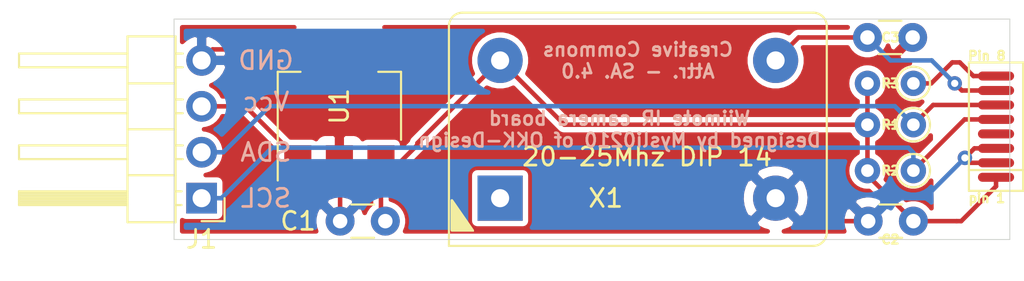
<source format=kicad_pcb>
(kicad_pcb (version 20171130) (host pcbnew 5.0.2+dfsg1-1)

  (general
    (thickness 1.6)
    (drawings 14)
    (tracks 66)
    (zones 0)
    (modules 10)
    (nets 10)
  )

  (page A4)
  (layers
    (0 F.Cu signal)
    (31 B.Cu signal)
    (32 B.Adhes user)
    (33 F.Adhes user)
    (34 B.Paste user)
    (35 F.Paste user)
    (36 B.SilkS user)
    (37 F.SilkS user)
    (38 B.Mask user)
    (39 F.Mask user)
    (40 Dwgs.User user)
    (41 Cmts.User user)
    (42 Eco1.User user)
    (43 Eco2.User user)
    (44 Edge.Cuts user)
    (45 Margin user)
    (46 B.CrtYd user)
    (47 F.CrtYd user)
    (48 B.Fab user)
    (49 F.Fab user)
  )

  (setup
    (last_trace_width 0.25)
    (trace_clearance 0.2)
    (zone_clearance 0.3)
    (zone_45_only no)
    (trace_min 0.2)
    (segment_width 0.2)
    (edge_width 0.05)
    (via_size 0.8)
    (via_drill 0.4)
    (via_min_size 0.4)
    (via_min_drill 0.3)
    (uvia_size 0.3)
    (uvia_drill 0.1)
    (uvias_allowed no)
    (uvia_min_size 0.2)
    (uvia_min_drill 0.1)
    (pcb_text_width 0.3)
    (pcb_text_size 1.5 1.5)
    (mod_edge_width 0.12)
    (mod_text_size 1 1)
    (mod_text_width 0.15)
    (pad_size 0.5 2)
    (pad_drill 0)
    (pad_to_mask_clearance 0.051)
    (solder_mask_min_width 0.25)
    (aux_axis_origin 0 0)
    (visible_elements 7FFFFFFF)
    (pcbplotparams
      (layerselection 0x010fc_ffffffff)
      (usegerberextensions false)
      (usegerberattributes false)
      (usegerberadvancedattributes false)
      (creategerberjobfile false)
      (excludeedgelayer true)
      (linewidth 0.100000)
      (plotframeref false)
      (viasonmask false)
      (mode 1)
      (useauxorigin false)
      (hpglpennumber 1)
      (hpglpenspeed 20)
      (hpglpendiameter 15.000000)
      (psnegative false)
      (psa4output false)
      (plotreference true)
      (plotvalue true)
      (plotinvisibletext false)
      (padsonsilk false)
      (subtractmaskfromsilk false)
      (outputformat 1)
      (mirror false)
      (drillshape 1)
      (scaleselection 1)
      (outputdirectory ""))
  )

  (net 0 "")
  (net 1 3v3)
  (net 2 CLK)
  (net 3 VCC)
  (net 4 i2c_SCL)
  (net 5 i2c_SDA)
  (net 6 "Net-(R3-Pad1)")
  (net 7 "Net-(U2-Pad4)")
  (net 8 GND)
  (net 9 "Net-(X1-Pad1)")

  (net_class Default "This is the default net class."
    (clearance 0.2)
    (trace_width 0.25)
    (via_dia 0.8)
    (via_drill 0.4)
    (uvia_dia 0.3)
    (uvia_drill 0.1)
    (add_net 3v3)
    (add_net CLK)
    (add_net GND)
    (add_net "Net-(R3-Pad1)")
    (add_net "Net-(U2-Pad4)")
    (add_net "Net-(X1-Pad1)")
    (add_net VCC)
    (add_net i2c_SCL)
    (add_net i2c_SDA)
  )

  (module Connector_PinHeader_2.54mm:PinHeader_1x04_P2.54mm_Horizontal (layer F.Cu) (tedit 59FED5CB) (tstamp 5DBB8E40)
    (at 121.92 91.44 180)
    (descr "Through hole angled pin header, 1x04, 2.54mm pitch, 6mm pin length, single row")
    (tags "Through hole angled pin header THT 1x04 2.54mm single row")
    (path /5DBDC8BB)
    (fp_text reference J1 (at 0 -2.27) (layer F.SilkS)
      (effects (font (size 1 1) (thickness 0.15)))
    )
    (fp_text value Conn_01x04_Male (at 4.385 9.89) (layer F.Fab)
      (effects (font (size 1 1) (thickness 0.15)))
    )
    (fp_text user %R (at 2.77 3.81 90) (layer F.Fab)
      (effects (font (size 1 1) (thickness 0.15)))
    )
    (fp_line (start 10.55 -1.8) (end -1.8 -1.8) (layer F.CrtYd) (width 0.05))
    (fp_line (start 10.55 9.4) (end 10.55 -1.8) (layer F.CrtYd) (width 0.05))
    (fp_line (start -1.8 9.4) (end 10.55 9.4) (layer F.CrtYd) (width 0.05))
    (fp_line (start -1.8 -1.8) (end -1.8 9.4) (layer F.CrtYd) (width 0.05))
    (fp_line (start -1.27 -1.27) (end 0 -1.27) (layer F.SilkS) (width 0.12))
    (fp_line (start -1.27 0) (end -1.27 -1.27) (layer F.SilkS) (width 0.12))
    (fp_line (start 1.042929 8) (end 1.44 8) (layer F.SilkS) (width 0.12))
    (fp_line (start 1.042929 7.24) (end 1.44 7.24) (layer F.SilkS) (width 0.12))
    (fp_line (start 10.1 8) (end 4.1 8) (layer F.SilkS) (width 0.12))
    (fp_line (start 10.1 7.24) (end 10.1 8) (layer F.SilkS) (width 0.12))
    (fp_line (start 4.1 7.24) (end 10.1 7.24) (layer F.SilkS) (width 0.12))
    (fp_line (start 1.44 6.35) (end 4.1 6.35) (layer F.SilkS) (width 0.12))
    (fp_line (start 1.042929 5.46) (end 1.44 5.46) (layer F.SilkS) (width 0.12))
    (fp_line (start 1.042929 4.7) (end 1.44 4.7) (layer F.SilkS) (width 0.12))
    (fp_line (start 10.1 5.46) (end 4.1 5.46) (layer F.SilkS) (width 0.12))
    (fp_line (start 10.1 4.7) (end 10.1 5.46) (layer F.SilkS) (width 0.12))
    (fp_line (start 4.1 4.7) (end 10.1 4.7) (layer F.SilkS) (width 0.12))
    (fp_line (start 1.44 3.81) (end 4.1 3.81) (layer F.SilkS) (width 0.12))
    (fp_line (start 1.042929 2.92) (end 1.44 2.92) (layer F.SilkS) (width 0.12))
    (fp_line (start 1.042929 2.16) (end 1.44 2.16) (layer F.SilkS) (width 0.12))
    (fp_line (start 10.1 2.92) (end 4.1 2.92) (layer F.SilkS) (width 0.12))
    (fp_line (start 10.1 2.16) (end 10.1 2.92) (layer F.SilkS) (width 0.12))
    (fp_line (start 4.1 2.16) (end 10.1 2.16) (layer F.SilkS) (width 0.12))
    (fp_line (start 1.44 1.27) (end 4.1 1.27) (layer F.SilkS) (width 0.12))
    (fp_line (start 1.11 0.38) (end 1.44 0.38) (layer F.SilkS) (width 0.12))
    (fp_line (start 1.11 -0.38) (end 1.44 -0.38) (layer F.SilkS) (width 0.12))
    (fp_line (start 4.1 0.28) (end 10.1 0.28) (layer F.SilkS) (width 0.12))
    (fp_line (start 4.1 0.16) (end 10.1 0.16) (layer F.SilkS) (width 0.12))
    (fp_line (start 4.1 0.04) (end 10.1 0.04) (layer F.SilkS) (width 0.12))
    (fp_line (start 4.1 -0.08) (end 10.1 -0.08) (layer F.SilkS) (width 0.12))
    (fp_line (start 4.1 -0.2) (end 10.1 -0.2) (layer F.SilkS) (width 0.12))
    (fp_line (start 4.1 -0.32) (end 10.1 -0.32) (layer F.SilkS) (width 0.12))
    (fp_line (start 10.1 0.38) (end 4.1 0.38) (layer F.SilkS) (width 0.12))
    (fp_line (start 10.1 -0.38) (end 10.1 0.38) (layer F.SilkS) (width 0.12))
    (fp_line (start 4.1 -0.38) (end 10.1 -0.38) (layer F.SilkS) (width 0.12))
    (fp_line (start 4.1 -1.33) (end 1.44 -1.33) (layer F.SilkS) (width 0.12))
    (fp_line (start 4.1 8.95) (end 4.1 -1.33) (layer F.SilkS) (width 0.12))
    (fp_line (start 1.44 8.95) (end 4.1 8.95) (layer F.SilkS) (width 0.12))
    (fp_line (start 1.44 -1.33) (end 1.44 8.95) (layer F.SilkS) (width 0.12))
    (fp_line (start 4.04 7.94) (end 10.04 7.94) (layer F.Fab) (width 0.1))
    (fp_line (start 10.04 7.3) (end 10.04 7.94) (layer F.Fab) (width 0.1))
    (fp_line (start 4.04 7.3) (end 10.04 7.3) (layer F.Fab) (width 0.1))
    (fp_line (start -0.32 7.94) (end 1.5 7.94) (layer F.Fab) (width 0.1))
    (fp_line (start -0.32 7.3) (end -0.32 7.94) (layer F.Fab) (width 0.1))
    (fp_line (start -0.32 7.3) (end 1.5 7.3) (layer F.Fab) (width 0.1))
    (fp_line (start 4.04 5.4) (end 10.04 5.4) (layer F.Fab) (width 0.1))
    (fp_line (start 10.04 4.76) (end 10.04 5.4) (layer F.Fab) (width 0.1))
    (fp_line (start 4.04 4.76) (end 10.04 4.76) (layer F.Fab) (width 0.1))
    (fp_line (start -0.32 5.4) (end 1.5 5.4) (layer F.Fab) (width 0.1))
    (fp_line (start -0.32 4.76) (end -0.32 5.4) (layer F.Fab) (width 0.1))
    (fp_line (start -0.32 4.76) (end 1.5 4.76) (layer F.Fab) (width 0.1))
    (fp_line (start 4.04 2.86) (end 10.04 2.86) (layer F.Fab) (width 0.1))
    (fp_line (start 10.04 2.22) (end 10.04 2.86) (layer F.Fab) (width 0.1))
    (fp_line (start 4.04 2.22) (end 10.04 2.22) (layer F.Fab) (width 0.1))
    (fp_line (start -0.32 2.86) (end 1.5 2.86) (layer F.Fab) (width 0.1))
    (fp_line (start -0.32 2.22) (end -0.32 2.86) (layer F.Fab) (width 0.1))
    (fp_line (start -0.32 2.22) (end 1.5 2.22) (layer F.Fab) (width 0.1))
    (fp_line (start 4.04 0.32) (end 10.04 0.32) (layer F.Fab) (width 0.1))
    (fp_line (start 10.04 -0.32) (end 10.04 0.32) (layer F.Fab) (width 0.1))
    (fp_line (start 4.04 -0.32) (end 10.04 -0.32) (layer F.Fab) (width 0.1))
    (fp_line (start -0.32 0.32) (end 1.5 0.32) (layer F.Fab) (width 0.1))
    (fp_line (start -0.32 -0.32) (end -0.32 0.32) (layer F.Fab) (width 0.1))
    (fp_line (start -0.32 -0.32) (end 1.5 -0.32) (layer F.Fab) (width 0.1))
    (fp_line (start 1.5 -0.635) (end 2.135 -1.27) (layer F.Fab) (width 0.1))
    (fp_line (start 1.5 8.89) (end 1.5 -0.635) (layer F.Fab) (width 0.1))
    (fp_line (start 4.04 8.89) (end 1.5 8.89) (layer F.Fab) (width 0.1))
    (fp_line (start 4.04 -1.27) (end 4.04 8.89) (layer F.Fab) (width 0.1))
    (fp_line (start 2.135 -1.27) (end 4.04 -1.27) (layer F.Fab) (width 0.1))
    (pad 4 thru_hole oval (at 0 7.62 180) (size 1.7 1.7) (drill 1) (layers *.Cu *.Mask)
      (net 8 GND))
    (pad 3 thru_hole oval (at 0 5.08 180) (size 1.7 1.7) (drill 1) (layers *.Cu *.Mask)
      (net 3 VCC))
    (pad 2 thru_hole oval (at 0 2.54 180) (size 1.7 1.7) (drill 1) (layers *.Cu *.Mask)
      (net 5 i2c_SDA))
    (pad 1 thru_hole rect (at 0 0 180) (size 1.7 1.7) (drill 1) (layers *.Cu *.Mask)
      (net 4 i2c_SCL))
    (model ${KISYS3DMOD}/Connector_PinHeader_2.54mm.3dshapes/PinHeader_1x04_P2.54mm_Horizontal.wrl
      (at (xyz 0 0 0))
      (scale (xyz 1 1 1))
      (rotate (xyz 0 0 0))
    )
  )

  (module Oscillator:Oscillator_DIP-14_LargePads (layer F.Cu) (tedit 5A528802) (tstamp 5DBBFBBA)
    (at 138.43 91.44)
    (descr "Oscillator, DIP14, Large Pads, http://cdn-reichelt.de/documents/datenblatt/B400/OSZI.pdf")
    (tags oscillator)
    (path /5DBD1A3A)
    (fp_text reference X1 (at 5.842 0) (layer F.SilkS)
      (effects (font (size 1 1) (thickness 0.15)))
    )
    (fp_text value ACO-xxxMHz (at 7.62 3.74) (layer F.Fab)
      (effects (font (size 1 1) (thickness 0.15)))
    )
    (fp_arc (start -2.08 -9.51) (end -2.73 -9.51) (angle 90) (layer F.Fab) (width 0.1))
    (fp_arc (start 17.32 -9.51) (end 17.32 -10.16) (angle 90) (layer F.Fab) (width 0.1))
    (fp_arc (start 17.32 1.89) (end 17.97 1.89) (angle 90) (layer F.Fab) (width 0.1))
    (fp_arc (start -2.08 -9.51) (end -2.83 -9.51) (angle 90) (layer F.SilkS) (width 0.12))
    (fp_arc (start 17.32 -9.51) (end 17.32 -10.26) (angle 90) (layer F.SilkS) (width 0.12))
    (fp_arc (start 17.32 1.89) (end 18.07 1.89) (angle 90) (layer F.SilkS) (width 0.12))
    (fp_arc (start -1.38 -8.81) (end -1.73 -8.81) (angle 90) (layer F.Fab) (width 0.1))
    (fp_arc (start 16.62 -8.81) (end 16.62 -9.16) (angle 90) (layer F.Fab) (width 0.1))
    (fp_arc (start 16.62 1.19) (end 16.97 1.19) (angle 90) (layer F.Fab) (width 0.1))
    (fp_line (start -2.73 2.54) (end -2.73 -9.51) (layer F.Fab) (width 0.1))
    (fp_line (start -2.08 -10.16) (end 17.32 -10.16) (layer F.Fab) (width 0.1))
    (fp_line (start 17.97 -9.51) (end 17.97 1.89) (layer F.Fab) (width 0.1))
    (fp_line (start -2.73 2.54) (end 17.32 2.54) (layer F.Fab) (width 0.1))
    (fp_line (start -2.83 2.64) (end 17.32 2.64) (layer F.SilkS) (width 0.12))
    (fp_line (start 18.07 1.89) (end 18.07 -9.51) (layer F.SilkS) (width 0.12))
    (fp_line (start 17.32 -10.26) (end -2.08 -10.26) (layer F.SilkS) (width 0.12))
    (fp_line (start -2.83 -9.51) (end -2.83 2.64) (layer F.SilkS) (width 0.12))
    (fp_line (start -1.73 1.54) (end 16.62 1.54) (layer F.Fab) (width 0.1))
    (fp_line (start -1.73 1.54) (end -1.73 -8.81) (layer F.Fab) (width 0.1))
    (fp_line (start -1.38 -9.16) (end 16.62 -9.16) (layer F.Fab) (width 0.1))
    (fp_line (start 16.97 1.19) (end 16.97 -8.81) (layer F.Fab) (width 0.1))
    (fp_line (start -2.98 2.79) (end 18.22 2.79) (layer F.CrtYd) (width 0.05))
    (fp_line (start -2.98 -10.41) (end -2.98 2.79) (layer F.CrtYd) (width 0.05))
    (fp_line (start 18.22 -10.41) (end -2.98 -10.41) (layer F.CrtYd) (width 0.05))
    (fp_line (start 18.22 2.79) (end 18.22 -10.41) (layer F.CrtYd) (width 0.05))
    (fp_text user %R (at 7.62 -3.81) (layer F.Fab)
      (effects (font (size 1 1) (thickness 0.15)))
    )
    (pad 7 thru_hole circle (at 15.24 0) (size 2.5 2.5) (drill 1) (layers *.Cu *.Mask)
      (net 8 GND))
    (pad 8 thru_hole circle (at 15.24 -7.62) (size 2.5 2.5) (drill 1) (layers *.Cu *.Mask)
      (net 2 CLK))
    (pad 14 thru_hole circle (at 0 -7.62) (size 2.5 2.5) (drill 1) (layers *.Cu *.Mask)
      (net 1 3v3))
    (pad 1 thru_hole rect (at 0 0) (size 2.5 2.5) (drill 1) (layers *.Cu *.Mask)
      (net 9 "Net-(X1-Pad1)"))
    (model ${KISYS3DMOD}/Oscillator.3dshapes/Oscillator_DIP-14.wrl
      (at (xyz 0 0 0))
      (scale (xyz 1 1 1))
      (rotate (xyz 0 0 0))
    )
  )

  (module wiicam:wii_ir_cam (layer F.Cu) (tedit 5DBB9429) (tstamp 5DBBFB98)
    (at 165.862 87.484 90)
    (path /5DBBEB03)
    (fp_text reference U2 (at 0.108 -2.54 90) (layer F.SilkS) hide
      (effects (font (size 1 1) (thickness 0.15)))
    )
    (fp_text value wiimote_ir_camera (at 0 -2.5 90) (layer F.Fab)
      (effects (font (size 1 1) (thickness 0.15)))
    )
    (fp_line (start -3.55 -1.5) (end 3.55 -1.5) (layer F.SilkS) (width 0.12))
    (fp_line (start 3.55 -1.5) (end 3.55 1.5) (layer F.SilkS) (width 0.12))
    (fp_line (start 3.55 1.5) (end -3.55 1.5) (layer F.SilkS) (width 0.12))
    (fp_line (start -3.55 1.5) (end -3.55 -1.5) (layer F.SilkS) (width 0.12))
    (fp_line (start -2.4 -1.5) (end -2.4 1.5) (layer F.SilkS) (width 0.12))
    (fp_line (start -3.3 -1.25) (end 3.3 -1.25) (layer F.CrtYd) (width 0.05))
    (fp_line (start 3.3 -1.25) (end 3.3 1.25) (layer F.CrtYd) (width 0.05))
    (fp_line (start 3.3 1.25) (end -3.3 1.25) (layer F.CrtYd) (width 0.05))
    (fp_line (start -3.3 1.25) (end -3.3 -1.25) (layer F.CrtYd) (width 0.05))
    (pad 1 smd oval (at -2.8 0 90) (size 0.5 2) (layers F.Cu F.Paste F.Mask)
      (net 1 3v3))
    (pad 2 smd oval (at -2 0 90) (size 0.5 2) (layers F.Cu F.Paste F.Mask)
      (net 8 GND))
    (pad 3 smd oval (at -1.2 0 90) (size 0.5 2) (layers F.Cu F.Paste F.Mask)
      (net 8 GND))
    (pad 4 smd oval (at -0.4 0 90) (size 0.5 2) (layers F.Cu F.Paste F.Mask)
      (net 7 "Net-(U2-Pad4)"))
    (pad 5 smd oval (at 0.4 0 90) (size 0.5 2) (layers F.Cu F.Paste F.Mask)
      (net 4 i2c_SCL))
    (pad 6 smd oval (at 1.2 0 90) (size 0.5 2) (layers F.Cu F.Paste F.Mask)
      (net 5 i2c_SDA))
    (pad 7 smd oval (at 2 0 90) (size 0.5 2) (layers F.Cu F.Paste F.Mask)
      (net 2 CLK))
    (pad 8 smd oval (at 2.8 0 90) (size 0.5 2) (layers F.Cu F.Paste F.Mask)
      (net 6 "Net-(R3-Pad1)"))
  )

  (module Package_TO_SOT_SMD:SOT-223 (layer F.Cu) (tedit 5DBB8D62) (tstamp 5DBB8EED)
    (at 129.54 86.36 90)
    (descr "module CMS SOT223 4 pins")
    (tags "CMS SOT")
    (path /5DBC831E)
    (attr smd)
    (fp_text reference U1 (at 0 0 90) (layer F.SilkS)
      (effects (font (size 1 1) (thickness 0.15)))
    )
    (fp_text value LF33_TO220 (at 0 4.5 90) (layer F.Fab)
      (effects (font (size 1 1) (thickness 0.15)))
    )
    (fp_line (start 1.85 -3.35) (end 1.85 3.35) (layer F.Fab) (width 0.1))
    (fp_line (start -1.85 3.35) (end 1.85 3.35) (layer F.Fab) (width 0.1))
    (fp_line (start -4.1 -3.41) (end 1.91 -3.41) (layer F.SilkS) (width 0.12))
    (fp_line (start -0.8 -3.35) (end 1.85 -3.35) (layer F.Fab) (width 0.1))
    (fp_line (start -1.85 3.41) (end 1.91 3.41) (layer F.SilkS) (width 0.12))
    (fp_line (start -1.85 -2.3) (end -1.85 3.35) (layer F.Fab) (width 0.1))
    (fp_line (start -4.4 -3.6) (end -4.4 3.6) (layer F.CrtYd) (width 0.05))
    (fp_line (start -4.4 3.6) (end 4.4 3.6) (layer F.CrtYd) (width 0.05))
    (fp_line (start 4.4 3.6) (end 4.4 -3.6) (layer F.CrtYd) (width 0.05))
    (fp_line (start 4.4 -3.6) (end -4.4 -3.6) (layer F.CrtYd) (width 0.05))
    (fp_line (start 1.91 -3.41) (end 1.91 -2.15) (layer F.SilkS) (width 0.12))
    (fp_line (start 1.91 3.41) (end 1.91 2.15) (layer F.SilkS) (width 0.12))
    (fp_line (start -1.85 -2.3) (end -0.8 -3.35) (layer F.Fab) (width 0.1))
    (fp_text user %R (at 0 0) (layer F.Fab)
      (effects (font (size 0.8 0.8) (thickness 0.12)))
    )
    (pad 1 smd rect (at -3.15 -2.3 90) (size 2 1.5) (layers F.Cu F.Paste F.Mask)
      (net 3 VCC))
    (pad 3 smd rect (at -3.15 2.3 90) (size 2 1.5) (layers F.Cu F.Paste F.Mask)
      (net 1 3v3))
    (pad 2 smd rect (at -3.15 0 90) (size 2 1.5) (layers F.Cu F.Paste F.Mask)
      (net 8 GND))
    (pad 2 smd rect (at 3.15 0 90) (size 2 3.8) (layers F.Cu F.Paste F.Mask)
      (net 8 GND))
    (model ${KISYS3DMOD}/Package_TO_SOT_SMD.3dshapes/SOT-223.wrl
      (at (xyz 0 0 0))
      (scale (xyz 1 1 1))
      (rotate (xyz 0 0 0))
    )
  )

  (module Resistor_THT:R_Axial_DIN0204_L3.6mm_D1.6mm_P2.54mm_Vertical (layer F.Cu) (tedit 5AE5139B) (tstamp 5DBB9022)
    (at 161.29 85.09 180)
    (descr "Resistor, Axial_DIN0204 series, Axial, Vertical, pin pitch=2.54mm, 0.167W, length*diameter=3.6*1.6mm^2, http://cdn-reichelt.de/documents/datenblatt/B400/1_4W%23YAG.pdf")
    (tags "Resistor Axial_DIN0204 series Axial Vertical pin pitch 2.54mm 0.167W length 3.6mm diameter 1.6mm")
    (path /5DBC175A)
    (fp_text reference R3 (at 1.27 0) (layer F.SilkS)
      (effects (font (size 0.5 0.5) (thickness 0.125)))
    )
    (fp_text value 33k (at 1.27 1.92) (layer F.Fab)
      (effects (font (size 1 1) (thickness 0.15)))
    )
    (fp_circle (center 0 0) (end 0.8 0) (layer F.Fab) (width 0.1))
    (fp_circle (center 0 0) (end 0.92 0) (layer F.SilkS) (width 0.12))
    (fp_line (start 0 0) (end 2.54 0) (layer F.Fab) (width 0.1))
    (fp_line (start 0.92 0) (end 1.54 0) (layer F.SilkS) (width 0.12))
    (fp_line (start -1.05 -1.05) (end -1.05 1.05) (layer F.CrtYd) (width 0.05))
    (fp_line (start -1.05 1.05) (end 3.49 1.05) (layer F.CrtYd) (width 0.05))
    (fp_line (start 3.49 1.05) (end 3.49 -1.05) (layer F.CrtYd) (width 0.05))
    (fp_line (start 3.49 -1.05) (end -1.05 -1.05) (layer F.CrtYd) (width 0.05))
    (fp_text user %R (at 1.27 -1.92) (layer F.Fab)
      (effects (font (size 1 1) (thickness 0.15)))
    )
    (pad 1 thru_hole circle (at 0 0 180) (size 1.4 1.4) (drill 0.7) (layers *.Cu *.Mask)
      (net 6 "Net-(R3-Pad1)"))
    (pad 2 thru_hole oval (at 2.54 0 180) (size 1.4 1.4) (drill 0.7) (layers *.Cu *.Mask)
      (net 1 3v3))
    (model ${KISYS3DMOD}/Resistor_THT.3dshapes/R_Axial_DIN0204_L3.6mm_D1.6mm_P2.54mm_Vertical.wrl
      (at (xyz 0 0 0))
      (scale (xyz 1 1 1))
      (rotate (xyz 0 0 0))
    )
  )

  (module Resistor_THT:R_Axial_DIN0204_L3.6mm_D1.6mm_P2.54mm_Vertical (layer F.Cu) (tedit 5AE5139B) (tstamp 5DBBFB5E)
    (at 161.29 89.916 180)
    (descr "Resistor, Axial_DIN0204 series, Axial, Vertical, pin pitch=2.54mm, 0.167W, length*diameter=3.6*1.6mm^2, http://cdn-reichelt.de/documents/datenblatt/B400/1_4W%23YAG.pdf")
    (tags "Resistor Axial_DIN0204 series Axial Vertical pin pitch 2.54mm 0.167W length 3.6mm diameter 1.6mm")
    (path /5DBB9438)
    (fp_text reference R2 (at 1.27 0) (layer F.SilkS)
      (effects (font (size 0.5 0.5) (thickness 0.125)))
    )
    (fp_text value 2k7 (at 1.27 1.92) (layer F.Fab)
      (effects (font (size 1 1) (thickness 0.15)))
    )
    (fp_text user %R (at 1.27 -1.92) (layer F.Fab)
      (effects (font (size 1 1) (thickness 0.15)))
    )
    (fp_line (start 3.49 -1.05) (end -1.05 -1.05) (layer F.CrtYd) (width 0.05))
    (fp_line (start 3.49 1.05) (end 3.49 -1.05) (layer F.CrtYd) (width 0.05))
    (fp_line (start -1.05 1.05) (end 3.49 1.05) (layer F.CrtYd) (width 0.05))
    (fp_line (start -1.05 -1.05) (end -1.05 1.05) (layer F.CrtYd) (width 0.05))
    (fp_line (start 0.92 0) (end 1.54 0) (layer F.SilkS) (width 0.12))
    (fp_line (start 0 0) (end 2.54 0) (layer F.Fab) (width 0.1))
    (fp_circle (center 0 0) (end 0.92 0) (layer F.SilkS) (width 0.12))
    (fp_circle (center 0 0) (end 0.8 0) (layer F.Fab) (width 0.1))
    (pad 2 thru_hole oval (at 2.54 0 180) (size 1.4 1.4) (drill 0.7) (layers *.Cu *.Mask)
      (net 1 3v3))
    (pad 1 thru_hole circle (at 0 0 180) (size 1.4 1.4) (drill 0.7) (layers *.Cu *.Mask)
      (net 4 i2c_SCL))
    (model ${KISYS3DMOD}/Resistor_THT.3dshapes/R_Axial_DIN0204_L3.6mm_D1.6mm_P2.54mm_Vertical.wrl
      (at (xyz 0 0 0))
      (scale (xyz 1 1 1))
      (rotate (xyz 0 0 0))
    )
  )

  (module Resistor_THT:R_Axial_DIN0204_L3.6mm_D1.6mm_P2.54mm_Vertical (layer F.Cu) (tedit 5AE5139B) (tstamp 5DBBFB4F)
    (at 161.29 87.376 180)
    (descr "Resistor, Axial_DIN0204 series, Axial, Vertical, pin pitch=2.54mm, 0.167W, length*diameter=3.6*1.6mm^2, http://cdn-reichelt.de/documents/datenblatt/B400/1_4W%23YAG.pdf")
    (tags "Resistor Axial_DIN0204 series Axial Vertical pin pitch 2.54mm 0.167W length 3.6mm diameter 1.6mm")
    (path /5DBB89B3)
    (fp_text reference R1 (at 1.27 0) (layer F.SilkS)
      (effects (font (size 0.5 0.5) (thickness 0.125)))
    )
    (fp_text value 2k7 (at 1.27 1.92) (layer F.Fab)
      (effects (font (size 1 1) (thickness 0.15)))
    )
    (fp_circle (center 0 0) (end 0.8 0) (layer F.Fab) (width 0.1))
    (fp_circle (center 0 0) (end 0.92 0) (layer F.SilkS) (width 0.12))
    (fp_line (start 0 0) (end 2.54 0) (layer F.Fab) (width 0.1))
    (fp_line (start 0.92 0) (end 1.54 0) (layer F.SilkS) (width 0.12))
    (fp_line (start -1.05 -1.05) (end -1.05 1.05) (layer F.CrtYd) (width 0.05))
    (fp_line (start -1.05 1.05) (end 3.49 1.05) (layer F.CrtYd) (width 0.05))
    (fp_line (start 3.49 1.05) (end 3.49 -1.05) (layer F.CrtYd) (width 0.05))
    (fp_line (start 3.49 -1.05) (end -1.05 -1.05) (layer F.CrtYd) (width 0.05))
    (fp_text user %R (at 1.27 -1.92) (layer F.Fab)
      (effects (font (size 1 1) (thickness 0.15)))
    )
    (pad 1 thru_hole circle (at 0 0 180) (size 1.4 1.4) (drill 0.7) (layers *.Cu *.Mask)
      (net 5 i2c_SDA))
    (pad 2 thru_hole oval (at 2.54 0 180) (size 1.4 1.4) (drill 0.7) (layers *.Cu *.Mask)
      (net 1 3v3))
    (model ${KISYS3DMOD}/Resistor_THT.3dshapes/R_Axial_DIN0204_L3.6mm_D1.6mm_P2.54mm_Vertical.wrl
      (at (xyz 0 0 0))
      (scale (xyz 1 1 1))
      (rotate (xyz 0 0 0))
    )
  )

  (module Capacitor_THT:C_Disc_D3.0mm_W1.6mm_P2.50mm (layer F.Cu) (tedit 5AE50EF0) (tstamp 5DBB8FE5)
    (at 158.75 82.55)
    (descr "C, Disc series, Radial, pin pitch=2.50mm, , diameter*width=3.0*1.6mm^2, Capacitor, http://www.vishay.com/docs/45233/krseries.pdf")
    (tags "C Disc series Radial pin pitch 2.50mm  diameter 3.0mm width 1.6mm Capacitor")
    (path /5DBC4357)
    (fp_text reference C3 (at 1.27 0) (layer F.SilkS)
      (effects (font (size 0.5 0.5) (thickness 0.125)))
    )
    (fp_text value 10nF (at 1.25 2.05) (layer F.Fab)
      (effects (font (size 1 1) (thickness 0.15)))
    )
    (fp_text user %R (at 1.25 0) (layer F.Fab)
      (effects (font (size 0.6 0.6) (thickness 0.09)))
    )
    (fp_line (start 3.55 -1.05) (end -1.05 -1.05) (layer F.CrtYd) (width 0.05))
    (fp_line (start 3.55 1.05) (end 3.55 -1.05) (layer F.CrtYd) (width 0.05))
    (fp_line (start -1.05 1.05) (end 3.55 1.05) (layer F.CrtYd) (width 0.05))
    (fp_line (start -1.05 -1.05) (end -1.05 1.05) (layer F.CrtYd) (width 0.05))
    (fp_line (start 0.621 0.92) (end 1.879 0.92) (layer F.SilkS) (width 0.12))
    (fp_line (start 0.621 -0.92) (end 1.879 -0.92) (layer F.SilkS) (width 0.12))
    (fp_line (start 2.75 -0.8) (end -0.25 -0.8) (layer F.Fab) (width 0.1))
    (fp_line (start 2.75 0.8) (end 2.75 -0.8) (layer F.Fab) (width 0.1))
    (fp_line (start -0.25 0.8) (end 2.75 0.8) (layer F.Fab) (width 0.1))
    (fp_line (start -0.25 -0.8) (end -0.25 0.8) (layer F.Fab) (width 0.1))
    (pad 2 thru_hole circle (at 2.5 0) (size 1.6 1.6) (drill 0.8) (layers *.Cu *.Mask)
      (net 8 GND))
    (pad 1 thru_hole circle (at 0 0) (size 1.6 1.6) (drill 0.8) (layers *.Cu *.Mask)
      (net 2 CLK))
    (model ${KISYS3DMOD}/Capacitor_THT.3dshapes/C_Disc_D3.0mm_W1.6mm_P2.50mm.wrl
      (at (xyz 0 0 0))
      (scale (xyz 1 1 1))
      (rotate (xyz 0 0 0))
    )
  )

  (module Capacitor_THT:C_Disc_D3.0mm_W1.6mm_P2.50mm (layer F.Cu) (tedit 5AE50EF0) (tstamp 5DBBFAE2)
    (at 161.29 92.71 180)
    (descr "C, Disc series, Radial, pin pitch=2.50mm, , diameter*width=3.0*1.6mm^2, Capacitor, http://www.vishay.com/docs/45233/krseries.pdf")
    (tags "C Disc series Radial pin pitch 2.50mm  diameter 3.0mm width 1.6mm Capacitor")
    (path /5DBC553F)
    (fp_text reference C2 (at 1.27 -1.016) (layer F.SilkS)
      (effects (font (size 0.5 0.5) (thickness 0.125)))
    )
    (fp_text value 10nF (at 1.25 2.05) (layer F.Fab)
      (effects (font (size 1 1) (thickness 0.15)))
    )
    (fp_text user %R (at 1.25 0) (layer F.Fab)
      (effects (font (size 0.6 0.6) (thickness 0.09)))
    )
    (fp_line (start 3.55 -1.05) (end -1.05 -1.05) (layer F.CrtYd) (width 0.05))
    (fp_line (start 3.55 1.05) (end 3.55 -1.05) (layer F.CrtYd) (width 0.05))
    (fp_line (start -1.05 1.05) (end 3.55 1.05) (layer F.CrtYd) (width 0.05))
    (fp_line (start -1.05 -1.05) (end -1.05 1.05) (layer F.CrtYd) (width 0.05))
    (fp_line (start 0.621 0.92) (end 1.879 0.92) (layer F.SilkS) (width 0.12))
    (fp_line (start 0.621 -0.92) (end 1.879 -0.92) (layer F.SilkS) (width 0.12))
    (fp_line (start 2.75 -0.8) (end -0.25 -0.8) (layer F.Fab) (width 0.1))
    (fp_line (start 2.75 0.8) (end 2.75 -0.8) (layer F.Fab) (width 0.1))
    (fp_line (start -0.25 0.8) (end 2.75 0.8) (layer F.Fab) (width 0.1))
    (fp_line (start -0.25 -0.8) (end -0.25 0.8) (layer F.Fab) (width 0.1))
    (pad 2 thru_hole circle (at 2.5 0 180) (size 1.6 1.6) (drill 0.8) (layers *.Cu *.Mask)
      (net 8 GND))
    (pad 1 thru_hole circle (at 0 0 180) (size 1.6 1.6) (drill 0.8) (layers *.Cu *.Mask)
      (net 1 3v3))
    (model ${KISYS3DMOD}/Capacitor_THT.3dshapes/C_Disc_D3.0mm_W1.6mm_P2.50mm.wrl
      (at (xyz 0 0 0))
      (scale (xyz 1 1 1))
      (rotate (xyz 0 0 0))
    )
  )

  (module Capacitor_THT:C_Disc_D3.0mm_W1.6mm_P2.50mm (layer F.Cu) (tedit 5AE50EF0) (tstamp 5DBB8DD4)
    (at 132.08 92.71 180)
    (descr "C, Disc series, Radial, pin pitch=2.50mm, , diameter*width=3.0*1.6mm^2, Capacitor, http://www.vishay.com/docs/45233/krseries.pdf")
    (tags "C Disc series Radial pin pitch 2.50mm  diameter 3.0mm width 1.6mm Capacitor")
    (path /5DBCA2C2)
    (fp_text reference C1 (at 4.826 0) (layer F.SilkS)
      (effects (font (size 1 1) (thickness 0.15)))
    )
    (fp_text value 10uF (at 1.25 2.05) (layer F.Fab)
      (effects (font (size 1 1) (thickness 0.15)))
    )
    (fp_text user %R (at 1.25 0) (layer F.Fab)
      (effects (font (size 0.6 0.6) (thickness 0.09)))
    )
    (fp_line (start 3.55 -1.05) (end -1.05 -1.05) (layer F.CrtYd) (width 0.05))
    (fp_line (start 3.55 1.05) (end 3.55 -1.05) (layer F.CrtYd) (width 0.05))
    (fp_line (start -1.05 1.05) (end 3.55 1.05) (layer F.CrtYd) (width 0.05))
    (fp_line (start -1.05 -1.05) (end -1.05 1.05) (layer F.CrtYd) (width 0.05))
    (fp_line (start 0.621 0.92) (end 1.879 0.92) (layer F.SilkS) (width 0.12))
    (fp_line (start 0.621 -0.92) (end 1.879 -0.92) (layer F.SilkS) (width 0.12))
    (fp_line (start 2.75 -0.8) (end -0.25 -0.8) (layer F.Fab) (width 0.1))
    (fp_line (start 2.75 0.8) (end 2.75 -0.8) (layer F.Fab) (width 0.1))
    (fp_line (start -0.25 0.8) (end 2.75 0.8) (layer F.Fab) (width 0.1))
    (fp_line (start -0.25 -0.8) (end -0.25 0.8) (layer F.Fab) (width 0.1))
    (pad 2 thru_hole circle (at 2.5 0 180) (size 1.6 1.6) (drill 0.8) (layers *.Cu *.Mask)
      (net 8 GND))
    (pad 1 thru_hole circle (at 0 0 180) (size 1.6 1.6) (drill 0.8) (layers *.Cu *.Mask)
      (net 1 3v3))
    (model ${KISYS3DMOD}/Capacitor_THT.3dshapes/C_Disc_D3.0mm_W1.6mm_P2.50mm.wrl
      (at (xyz 0 0 0))
      (scale (xyz 1 1 1))
      (rotate (xyz 0 0 0))
    )
  )

  (gr_poly (pts (xy 135.763 93.218) (xy 135.763 91.567) (xy 136.906 93.218)) (layer F.SilkS) (width 0.15))
  (gr_line (start 120.396 81.534) (end 120.396 93.726) (layer Edge.Cuts) (width 0.05))
  (gr_line (start 166.624 81.534) (end 120.396 81.534) (layer Edge.Cuts) (width 0.05) (tstamp 5DBB9A0E))
  (gr_line (start 166.624 93.726) (end 166.624 81.534) (layer Edge.Cuts) (width 0.05))
  (gr_line (start 120.396 93.726) (end 166.624 93.726) (layer Edge.Cuts) (width 0.05))
  (gr_text "Creative Commons\nAttr. - SA. 4.0" (at 146.05 83.82) (layer B.SilkS)
    (effects (font (size 0.75 0.75) (thickness 0.15)) (justify mirror))
  )
  (gr_text SCL (at 125.476 91.44) (layer B.SilkS)
    (effects (font (size 1 1) (thickness 0.15)) (justify mirror))
  )
  (gr_text SDA (at 125.476 88.9) (layer B.SilkS)
    (effects (font (size 1 1) (thickness 0.15)) (justify mirror))
  )
  (gr_text Vcc (at 125.476 86.106) (layer B.SilkS)
    (effects (font (size 1 1) (thickness 0.15)) (justify mirror))
  )
  (gr_text GND (at 125.476 83.82) (layer B.SilkS)
    (effects (font (size 1 1) (thickness 0.15)) (justify mirror))
  )
  (gr_text "Pin 8" (at 165.354 83.566) (layer F.SilkS)
    (effects (font (size 0.5 0.5) (thickness 0.125)))
  )
  (gr_text "pin 1" (at 165.354 91.44) (layer F.SilkS)
    (effects (font (size 0.5 0.5) (thickness 0.125)))
  )
  (gr_text "Wiimote IR camera board\nDesigned by Mysli0210 of OKK-Design" (at 145.034 87.63) (layer B.SilkS)
    (effects (font (size 0.75 0.75) (thickness 0.15)) (justify mirror))
  )
  (gr_text "20-25Mhz DIP 14" (at 146.558 89.154) (layer F.SilkS)
    (effects (font (size 1 1) (thickness 0.15)))
  )

  (segment (start 158.75 90.17) (end 158.75 87.63) (width 0.25) (layer F.Cu) (net 1))
  (segment (start 158.75 87.63) (end 158.75 85.09) (width 0.25) (layer F.Cu) (net 1))
  (segment (start 158.75 90.17) (end 161.29 92.71) (width 0.25) (layer F.Cu) (net 1))
  (segment (start 131.84 92.47) (end 132.08 92.71) (width 0.25) (layer F.Cu) (net 1))
  (segment (start 131.84 89.51) (end 131.84 92.47) (width 0.25) (layer F.Cu) (net 1))
  (segment (start 138.43 83.82) (end 133.858 88.392) (width 0.25) (layer F.Cu) (net 1))
  (segment (start 132.84 89.51) (end 131.84 89.51) (width 0.25) (layer F.Cu) (net 1))
  (segment (start 133.858 88.492) (end 132.84 89.51) (width 0.25) (layer F.Cu) (net 1))
  (segment (start 133.858 88.392) (end 133.858 88.492) (width 0.25) (layer F.Cu) (net 1))
  (segment (start 141.986 87.376) (end 158.75 87.376) (width 0.25) (layer F.Cu) (net 1))
  (segment (start 138.43 83.82) (end 141.986 87.376) (width 0.25) (layer F.Cu) (net 1))
  (segment (start 161.29 92.71) (end 163.682 92.71) (width 0.25) (layer F.Cu) (net 1))
  (segment (start 165.862 90.784) (end 163.936 92.71) (width 0.25) (layer F.Cu) (net 1))
  (segment (start 163.936 92.71) (end 163.682 92.71) (width 0.25) (layer F.Cu) (net 1))
  (segment (start 165.862 90.284) (end 165.862 90.784) (width 0.25) (layer F.Cu) (net 1))
  (segment (start 154.94 82.55) (end 153.67 83.82) (width 0.25) (layer F.Cu) (net 2))
  (segment (start 158.75 82.55) (end 154.94 82.55) (width 0.25) (layer F.Cu) (net 2))
  (via (at 163.576 85.09) (size 0.8) (drill 0.4) (layers F.Cu B.Cu) (net 2))
  (segment (start 160.02 83.82) (end 162.306 83.82) (width 0.25) (layer B.Cu) (net 2))
  (segment (start 160.02 83.82) (end 158.75 82.55) (width 0.25) (layer B.Cu) (net 2))
  (segment (start 162.306 83.82) (end 163.576 85.09) (width 0.25) (layer B.Cu) (net 2))
  (segment (start 163.97 85.484) (end 165.862 85.484) (width 0.25) (layer F.Cu) (net 2))
  (segment (start 163.576 85.09) (end 163.97 85.484) (width 0.25) (layer F.Cu) (net 2))
  (segment (start 127.24 89.26) (end 127.24 89.51) (width 0.25) (layer F.Cu) (net 3))
  (segment (start 124.34 86.36) (end 127.24 89.26) (width 0.25) (layer F.Cu) (net 3))
  (segment (start 121.92 86.36) (end 124.34 86.36) (width 0.25) (layer F.Cu) (net 3))
  (segment (start 161.29 88.926051) (end 161.009949 88.646) (width 0.25) (layer B.Cu) (net 4))
  (segment (start 161.29 89.916) (end 161.29 88.926051) (width 0.25) (layer B.Cu) (net 4))
  (segment (start 123.02 91.44) (end 121.92 91.44) (width 0.25) (layer B.Cu) (net 4))
  (segment (start 125.814 88.646) (end 123.02 91.44) (width 0.25) (layer B.Cu) (net 4))
  (segment (start 161.009949 88.646) (end 125.814 88.646) (width 0.25) (layer B.Cu) (net 4))
  (segment (start 164.122 87.084) (end 161.29 89.916) (width 0.25) (layer F.Cu) (net 4))
  (segment (start 165.862 87.084) (end 164.122 87.084) (width 0.25) (layer F.Cu) (net 4))
  (segment (start 160.590001 86.676001) (end 161.29 87.376) (width 0.25) (layer B.Cu) (net 5))
  (segment (start 160.264999 86.350999) (end 160.590001 86.676001) (width 0.25) (layer B.Cu) (net 5))
  (segment (start 125.671082 86.350999) (end 160.264999 86.350999) (width 0.25) (layer B.Cu) (net 5))
  (segment (start 123.122081 88.9) (end 125.671082 86.350999) (width 0.25) (layer B.Cu) (net 5))
  (segment (start 121.92 88.9) (end 123.122081 88.9) (width 0.25) (layer B.Cu) (net 5))
  (segment (start 162.382 86.284) (end 161.29 87.376) (width 0.25) (layer F.Cu) (net 5))
  (segment (start 165.862 86.284) (end 162.382 86.284) (width 0.25) (layer F.Cu) (net 5))
  (segment (start 165.112 84.684) (end 165.862 84.684) (width 0.25) (layer F.Cu) (net 6))
  (segment (start 162.279949 85.09) (end 163.439949 83.93) (width 0.25) (layer F.Cu) (net 6))
  (segment (start 161.29 85.09) (end 162.279949 85.09) (width 0.25) (layer F.Cu) (net 6))
  (segment (start 163.858 83.93) (end 163.439949 83.93) (width 0.25) (layer F.Cu) (net 6))
  (segment (start 164.612 84.684) (end 163.858 83.93) (width 0.25) (layer F.Cu) (net 6))
  (segment (start 165.862 84.684) (end 164.612 84.684) (width 0.25) (layer F.Cu) (net 6))
  (segment (start 165.112 88.684) (end 165.862 88.684) (width 0.25) (layer F.Cu) (net 8))
  (segment (start 164.14 89.21) (end 164.14 89.21) (width 0.25) (layer F.Cu) (net 8) (tstamp 5DBB8FB3))
  (via (at 164.14 89.21) (size 0.8) (drill 0.4) (layers F.Cu B.Cu) (net 8))
  (segment (start 154.94 92.71) (end 153.67 91.44) (width 0.25) (layer F.Cu) (net 8))
  (segment (start 158.79 92.71) (end 154.94 92.71) (width 0.25) (layer F.Cu) (net 8))
  (segment (start 129.58 89.55) (end 129.54 89.51) (width 0.25) (layer F.Cu) (net 8))
  (segment (start 129.58 92.71) (end 129.58 89.55) (width 0.25) (layer F.Cu) (net 8))
  (segment (start 122.53 83.21) (end 121.92 83.82) (width 0.25) (layer F.Cu) (net 8))
  (segment (start 129.54 83.21) (end 122.53 83.21) (width 0.25) (layer F.Cu) (net 8))
  (segment (start 158.79 92.71) (end 160.06 91.44) (width 0.25) (layer B.Cu) (net 8))
  (segment (start 161.91 91.44) (end 164.14 89.21) (width 0.25) (layer B.Cu) (net 8))
  (segment (start 160.06 91.44) (end 161.91 91.44) (width 0.25) (layer B.Cu) (net 8))
  (segment (start 164.414 89.484) (end 164.14 89.21) (width 0.25) (layer F.Cu) (net 8))
  (segment (start 165.862 89.484) (end 164.414 89.484) (width 0.25) (layer F.Cu) (net 8))
  (segment (start 164.666 88.684) (end 164.14 89.21) (width 0.25) (layer F.Cu) (net 8))
  (segment (start 165.862 88.684) (end 164.666 88.684) (width 0.25) (layer F.Cu) (net 8))
  (segment (start 160.450001 83.349999) (end 160.450001 83.389999) (width 0.25) (layer F.Cu) (net 8))
  (segment (start 161.25 82.55) (end 160.450001 83.349999) (width 0.25) (layer F.Cu) (net 8))
  (segment (start 160.450001 83.389999) (end 160.02 83.82) (width 0.25) (layer F.Cu) (net 8))
  (segment (start 160.02 83.82) (end 157.48 83.82) (width 0.25) (layer F.Cu) (net 8))

  (zone (net 8) (net_name GND) (layer B.Cu) (tstamp 5DC1B5B3) (hatch edge 0.508)
    (connect_pads (clearance 0.508))
    (min_thickness 0.254)
    (fill yes (arc_segments 32) (thermal_gap 0.508) (thermal_bridge_width 0.508))
    (polygon
      (pts
        (xy 120.396 81.534) (xy 162.306 81.534) (xy 162.433 93.726) (xy 120.396 93.726)
      )
    )
    (filled_polygon
      (pts
        (xy 157.434317 89.654294) (xy 157.408541 89.916) (xy 157.434317 90.177706) (xy 157.510653 90.429354) (xy 157.634618 90.661275)
        (xy 157.801445 90.864555) (xy 158.004725 91.031382) (xy 158.236646 91.155347) (xy 158.488294 91.231683) (xy 158.684421 91.251)
        (xy 158.815579 91.251) (xy 159.011706 91.231683) (xy 159.263354 91.155347) (xy 159.495275 91.031382) (xy 159.698555 90.864555)
        (xy 159.865382 90.661275) (xy 159.989347 90.429354) (xy 160.01822 90.334172) (xy 160.106939 90.548359) (xy 160.253038 90.767013)
        (xy 160.438987 90.952962) (xy 160.657641 91.099061) (xy 160.900595 91.199696) (xy 161.158514 91.251) (xy 161.421486 91.251)
        (xy 161.679405 91.199696) (xy 161.922359 91.099061) (xy 162.141013 90.952962) (xy 162.275704 90.818271) (xy 162.284631 91.675235)
        (xy 162.204759 91.595363) (xy 161.969727 91.43832) (xy 161.708574 91.330147) (xy 161.431335 91.275) (xy 161.148665 91.275)
        (xy 160.871426 91.330147) (xy 160.610273 91.43832) (xy 160.375241 91.595363) (xy 160.175363 91.795241) (xy 160.041308 91.995869)
        (xy 160.026671 91.968486) (xy 159.782702 91.896903) (xy 158.969605 92.71) (xy 158.983748 92.724143) (xy 158.804143 92.903748)
        (xy 158.79 92.889605) (xy 158.775858 92.903748) (xy 158.596253 92.724143) (xy 158.610395 92.71) (xy 157.797298 91.896903)
        (xy 157.553329 91.968486) (xy 157.432429 92.223996) (xy 157.3637 92.498184) (xy 157.349783 92.780512) (xy 157.391213 93.06013)
        (xy 157.393312 93.066) (xy 154.636136 93.066) (xy 154.678086 93.043577) (xy 154.804 92.753605) (xy 153.67 91.619605)
        (xy 152.536 92.753605) (xy 152.661914 93.043577) (xy 152.706828 93.066) (xy 140.192888 93.066) (xy 140.210537 93.044494)
        (xy 140.269502 92.93418) (xy 140.305812 92.814482) (xy 140.318072 92.69) (xy 140.318072 91.492706) (xy 151.776611 91.492706)
        (xy 151.823275 91.861075) (xy 151.940906 92.213262) (xy 152.066423 92.448086) (xy 152.356395 92.574) (xy 153.490395 91.44)
        (xy 153.849605 91.44) (xy 154.983605 92.574) (xy 155.273577 92.448086) (xy 155.439433 92.115874) (xy 155.53729 91.757688)
        (xy 155.540135 91.717298) (xy 157.976903 91.717298) (xy 158.79 92.530395) (xy 159.603097 91.717298) (xy 159.531514 91.473329)
        (xy 159.276004 91.352429) (xy 159.001816 91.2837) (xy 158.719488 91.269783) (xy 158.43987 91.311213) (xy 158.173708 91.406397)
        (xy 158.048486 91.473329) (xy 157.976903 91.717298) (xy 155.540135 91.717298) (xy 155.563389 91.387294) (xy 155.516725 91.018925)
        (xy 155.399094 90.666738) (xy 155.273577 90.431914) (xy 154.983605 90.306) (xy 153.849605 91.44) (xy 153.490395 91.44)
        (xy 152.356395 90.306) (xy 152.066423 90.431914) (xy 151.900567 90.764126) (xy 151.80271 91.122312) (xy 151.776611 91.492706)
        (xy 140.318072 91.492706) (xy 140.318072 90.19) (xy 140.311808 90.126395) (xy 152.536 90.126395) (xy 153.67 91.260395)
        (xy 154.804 90.126395) (xy 154.678086 89.836423) (xy 154.345874 89.670567) (xy 153.987688 89.57271) (xy 153.617294 89.546611)
        (xy 153.248925 89.593275) (xy 152.896738 89.710906) (xy 152.661914 89.836423) (xy 152.536 90.126395) (xy 140.311808 90.126395)
        (xy 140.305812 90.065518) (xy 140.269502 89.94582) (xy 140.210537 89.835506) (xy 140.131185 89.738815) (xy 140.034494 89.659463)
        (xy 139.92418 89.600498) (xy 139.804482 89.564188) (xy 139.68 89.551928) (xy 137.18 89.551928) (xy 137.055518 89.564188)
        (xy 136.93582 89.600498) (xy 136.825506 89.659463) (xy 136.728815 89.738815) (xy 136.649463 89.835506) (xy 136.590498 89.94582)
        (xy 136.554188 90.065518) (xy 136.541928 90.19) (xy 136.541928 92.69) (xy 136.554188 92.814482) (xy 136.590498 92.93418)
        (xy 136.649463 93.044494) (xy 136.667112 93.066) (xy 133.4723 93.066) (xy 133.515 92.851335) (xy 133.515 92.568665)
        (xy 133.459853 92.291426) (xy 133.35168 92.030273) (xy 133.194637 91.795241) (xy 132.994759 91.595363) (xy 132.759727 91.43832)
        (xy 132.498574 91.330147) (xy 132.221335 91.275) (xy 131.938665 91.275) (xy 131.661426 91.330147) (xy 131.400273 91.43832)
        (xy 131.165241 91.595363) (xy 130.965363 91.795241) (xy 130.831308 91.995869) (xy 130.816671 91.968486) (xy 130.572702 91.896903)
        (xy 129.759605 92.71) (xy 129.773748 92.724143) (xy 129.594143 92.903748) (xy 129.58 92.889605) (xy 129.565858 92.903748)
        (xy 129.386253 92.724143) (xy 129.400395 92.71) (xy 128.587298 91.896903) (xy 128.343329 91.968486) (xy 128.222429 92.223996)
        (xy 128.1537 92.498184) (xy 128.139783 92.780512) (xy 128.181213 93.06013) (xy 128.183312 93.066) (xy 121.056 93.066)
        (xy 121.056 92.926693) (xy 121.07 92.928072) (xy 122.77 92.928072) (xy 122.894482 92.915812) (xy 123.01418 92.879502)
        (xy 123.124494 92.820537) (xy 123.221185 92.741185) (xy 123.300537 92.644494) (xy 123.359502 92.53418) (xy 123.395812 92.414482)
        (xy 123.408072 92.29) (xy 123.408072 92.094326) (xy 123.444276 92.074974) (xy 123.560001 91.980001) (xy 123.583804 91.950997)
        (xy 123.817503 91.717298) (xy 128.766903 91.717298) (xy 129.58 92.530395) (xy 130.393097 91.717298) (xy 130.321514 91.473329)
        (xy 130.066004 91.352429) (xy 129.791816 91.2837) (xy 129.509488 91.269783) (xy 129.22987 91.311213) (xy 128.963708 91.406397)
        (xy 128.838486 91.473329) (xy 128.766903 91.717298) (xy 123.817503 91.717298) (xy 126.128802 89.406) (xy 157.509636 89.406)
      )
    )
    (filled_polygon
      (pts
        (xy 137.228382 82.355825) (xy 136.965825 82.618382) (xy 136.759534 82.927118) (xy 136.617439 83.270166) (xy 136.545 83.634344)
        (xy 136.545 84.005656) (xy 136.617439 84.369834) (xy 136.759534 84.712882) (xy 136.965825 85.021618) (xy 137.228382 85.284175)
        (xy 137.537118 85.490466) (xy 137.779826 85.590999) (xy 125.708407 85.590999) (xy 125.671082 85.587323) (xy 125.633757 85.590999)
        (xy 125.633749 85.590999) (xy 125.522096 85.601996) (xy 125.378835 85.645453) (xy 125.246806 85.716025) (xy 125.131081 85.810998)
        (xy 125.107283 85.839996) (xy 123.032506 87.914774) (xy 122.975134 87.844866) (xy 122.749014 87.659294) (xy 122.694209 87.63)
        (xy 122.749014 87.600706) (xy 122.975134 87.415134) (xy 123.160706 87.189014) (xy 123.298599 86.931034) (xy 123.383513 86.651111)
        (xy 123.412185 86.36) (xy 123.383513 86.068889) (xy 123.298599 85.788966) (xy 123.160706 85.530986) (xy 122.975134 85.304866)
        (xy 122.749014 85.119294) (xy 122.684477 85.084799) (xy 122.801355 85.015178) (xy 123.017588 84.820269) (xy 123.191641 84.58692)
        (xy 123.316825 84.324099) (xy 123.361476 84.17689) (xy 123.240155 83.947) (xy 122.047 83.947) (xy 122.047 83.967)
        (xy 121.793 83.967) (xy 121.793 83.947) (xy 121.773 83.947) (xy 121.773 83.693) (xy 121.793 83.693)
        (xy 121.793 82.499186) (xy 122.047 82.499186) (xy 122.047 83.693) (xy 123.240155 83.693) (xy 123.361476 83.46311)
        (xy 123.316825 83.315901) (xy 123.191641 83.05308) (xy 123.017588 82.819731) (xy 122.801355 82.624822) (xy 122.551252 82.475843)
        (xy 122.276891 82.378519) (xy 122.047 82.499186) (xy 121.793 82.499186) (xy 121.563109 82.378519) (xy 121.288748 82.475843)
        (xy 121.056 82.614484) (xy 121.056 82.194) (xy 137.47057 82.194)
      )
    )
    (filled_polygon
      (pts
        (xy 161.443748 82.535858) (xy 161.429605 82.55) (xy 161.443748 82.564143) (xy 161.264143 82.743748) (xy 161.25 82.729605)
        (xy 161.235858 82.743748) (xy 161.056253 82.564143) (xy 161.070395 82.55) (xy 161.056253 82.535858) (xy 161.235858 82.356253)
        (xy 161.25 82.370395) (xy 161.264143 82.356253)
      )
    )
  )
  (zone (net 8) (net_name GND) (layer F.Cu) (tstamp 5DC1B5B0) (hatch edge 0.508)
    (connect_pads (clearance 0.3))
    (min_thickness 0.254)
    (fill yes (arc_segments 32) (thermal_gap 0.508) (thermal_bridge_width 0.508))
    (polygon
      (pts
        (xy 120.396 81.534) (xy 120.396 93.726) (xy 162.433 93.726) (xy 162.306 81.534)
      )
    )
    (filled_polygon
      (pts
        (xy 127.029403 82.024777) (xy 127.005 82.147458) (xy 127.005 82.92425) (xy 127.16375 83.083) (xy 129.413 83.083)
        (xy 129.413 83.063) (xy 129.667 83.063) (xy 129.667 83.083) (xy 131.91625 83.083) (xy 132.075 82.92425)
        (xy 132.075 82.147458) (xy 132.050597 82.024777) (xy 132.034535 81.986) (xy 157.655522 81.986) (xy 157.650551 81.998)
        (xy 154.967097 81.998) (xy 154.939999 81.995331) (xy 154.912901 81.998) (xy 154.912891 81.998) (xy 154.831789 82.005988)
        (xy 154.727737 82.037552) (xy 154.683098 82.061412) (xy 154.631841 82.088809) (xy 154.574679 82.135721) (xy 154.547789 82.157789)
        (xy 154.530508 82.178846) (xy 154.40152 82.307834) (xy 154.159163 82.207446) (xy 153.83517 82.143) (xy 153.50483 82.143)
        (xy 153.180837 82.207446) (xy 152.875643 82.333862) (xy 152.600975 82.517389) (xy 152.367389 82.750975) (xy 152.183862 83.025643)
        (xy 152.057446 83.330837) (xy 151.993 83.65483) (xy 151.993 83.98517) (xy 152.057446 84.309163) (xy 152.183862 84.614357)
        (xy 152.367389 84.889025) (xy 152.600975 85.122611) (xy 152.875643 85.306138) (xy 153.180837 85.432554) (xy 153.50483 85.497)
        (xy 153.83517 85.497) (xy 154.159163 85.432554) (xy 154.464357 85.306138) (xy 154.739025 85.122611) (xy 154.972611 84.889025)
        (xy 155.156138 84.614357) (xy 155.282554 84.309163) (xy 155.347 83.98517) (xy 155.347 83.65483) (xy 155.282554 83.330837)
        (xy 155.187766 83.102) (xy 157.650551 83.102) (xy 157.662647 83.131202) (xy 157.796927 83.332167) (xy 157.967833 83.503073)
        (xy 158.168798 83.637353) (xy 158.392097 83.729847) (xy 158.629151 83.777) (xy 158.870849 83.777) (xy 159.107903 83.729847)
        (xy 159.331202 83.637353) (xy 159.532167 83.503073) (xy 159.703073 83.332167) (xy 159.837353 83.131202) (xy 159.889139 83.006181)
        (xy 159.946397 83.166292) (xy 160.013329 83.291514) (xy 160.257298 83.363097) (xy 161.070395 82.55) (xy 161.056253 82.535858)
        (xy 161.235858 82.356253) (xy 161.25 82.370395) (xy 161.264143 82.356253) (xy 161.443748 82.535858) (xy 161.429605 82.55)
        (xy 161.443748 82.564143) (xy 161.264143 82.743748) (xy 161.25 82.729605) (xy 160.436903 83.542702) (xy 160.508486 83.786671)
        (xy 160.763996 83.907571) (xy 161.038184 83.9763) (xy 161.097449 83.979221) (xy 160.961266 84.00631) (xy 160.756165 84.091266)
        (xy 160.571579 84.214602) (xy 160.414602 84.371579) (xy 160.291266 84.556165) (xy 160.20631 84.761266) (xy 160.163 84.979)
        (xy 160.163 85.201) (xy 160.20631 85.418734) (xy 160.291266 85.623835) (xy 160.414602 85.808421) (xy 160.571579 85.965398)
        (xy 160.756165 86.088734) (xy 160.961266 86.17369) (xy 161.179 86.217) (xy 161.401 86.217) (xy 161.618734 86.17369)
        (xy 161.777377 86.107978) (xy 161.597307 86.288048) (xy 161.401 86.249) (xy 161.179 86.249) (xy 160.961266 86.29231)
        (xy 160.756165 86.377266) (xy 160.571579 86.500602) (xy 160.414602 86.657579) (xy 160.291266 86.842165) (xy 160.20631 87.047266)
        (xy 160.163 87.265) (xy 160.163 87.487) (xy 160.20631 87.704734) (xy 160.291266 87.909835) (xy 160.414602 88.094421)
        (xy 160.571579 88.251398) (xy 160.756165 88.374734) (xy 160.961266 88.45969) (xy 161.179 88.503) (xy 161.401 88.503)
        (xy 161.618734 88.45969) (xy 161.823835 88.374734) (xy 162.008421 88.251398) (xy 162.165398 88.094421) (xy 162.246073 87.973682)
        (xy 162.248193 88.177162) (xy 161.597307 88.828048) (xy 161.401 88.789) (xy 161.179 88.789) (xy 160.961266 88.83231)
        (xy 160.756165 88.917266) (xy 160.571579 89.040602) (xy 160.414602 89.197579) (xy 160.291266 89.382165) (xy 160.20631 89.587266)
        (xy 160.163 89.805) (xy 160.163 90.027) (xy 160.20631 90.244734) (xy 160.291266 90.449835) (xy 160.414602 90.634421)
        (xy 160.571579 90.791398) (xy 160.756165 90.914734) (xy 160.961266 90.99969) (xy 161.179 91.043) (xy 161.401 91.043)
        (xy 161.618734 90.99969) (xy 161.823835 90.914734) (xy 162.008421 90.791398) (xy 162.165398 90.634421) (xy 162.272125 90.474692)
        (xy 162.287962 91.995014) (xy 162.243073 91.927833) (xy 162.072167 91.756927) (xy 161.871202 91.622647) (xy 161.647903 91.530153)
        (xy 161.410849 91.483) (xy 161.169151 91.483) (xy 160.932097 91.530153) (xy 160.902895 91.542249) (xy 159.766212 90.405568)
        (xy 159.79625 90.349371) (xy 159.860693 90.136931) (xy 159.882453 89.916) (xy 159.860693 89.695069) (xy 159.79625 89.482629)
        (xy 159.6916 89.286843) (xy 159.550765 89.115235) (xy 159.379157 88.9744) (xy 159.302 88.933159) (xy 159.302 88.358841)
        (xy 159.379157 88.3176) (xy 159.550765 88.176765) (xy 159.6916 88.005157) (xy 159.79625 87.809371) (xy 159.860693 87.596931)
        (xy 159.882453 87.376) (xy 159.860693 87.155069) (xy 159.79625 86.942629) (xy 159.6916 86.746843) (xy 159.550765 86.575235)
        (xy 159.379157 86.4344) (xy 159.302 86.393159) (xy 159.302 86.072841) (xy 159.379157 86.0316) (xy 159.550765 85.890765)
        (xy 159.6916 85.719157) (xy 159.79625 85.523371) (xy 159.860693 85.310931) (xy 159.882453 85.09) (xy 159.860693 84.869069)
        (xy 159.79625 84.656629) (xy 159.6916 84.460843) (xy 159.550765 84.289235) (xy 159.379157 84.1484) (xy 159.183371 84.04375)
        (xy 158.970931 83.979307) (xy 158.805365 83.963) (xy 158.694635 83.963) (xy 158.529069 83.979307) (xy 158.316629 84.04375)
        (xy 158.120843 84.1484) (xy 157.949235 84.289235) (xy 157.8084 84.460843) (xy 157.70375 84.656629) (xy 157.639307 84.869069)
        (xy 157.617547 85.09) (xy 157.639307 85.310931) (xy 157.70375 85.523371) (xy 157.8084 85.719157) (xy 157.949235 85.890765)
        (xy 158.120843 86.0316) (xy 158.198001 86.072842) (xy 158.198 86.393158) (xy 158.120843 86.4344) (xy 157.949235 86.575235)
        (xy 157.8084 86.746843) (xy 157.767159 86.824) (xy 142.214646 86.824) (xy 139.942166 84.551521) (xy 140.042554 84.309163)
        (xy 140.107 83.98517) (xy 140.107 83.65483) (xy 140.042554 83.330837) (xy 139.916138 83.025643) (xy 139.732611 82.750975)
        (xy 139.499025 82.517389) (xy 139.224357 82.333862) (xy 138.919163 82.207446) (xy 138.59517 82.143) (xy 138.26483 82.143)
        (xy 137.940837 82.207446) (xy 137.635643 82.333862) (xy 137.360975 82.517389) (xy 137.127389 82.750975) (xy 136.943862 83.025643)
        (xy 136.817446 83.330837) (xy 136.753 83.65483) (xy 136.753 83.98517) (xy 136.817446 84.309163) (xy 136.917834 84.55152)
        (xy 133.486857 87.982499) (xy 133.465789 87.999789) (xy 133.396809 88.083842) (xy 133.345552 88.179738) (xy 133.326365 88.24299)
        (xy 133.019066 88.550289) (xy 133.019066 88.51) (xy 133.010822 88.426293) (xy 132.986405 88.345804) (xy 132.946755 88.271624)
        (xy 132.893395 88.206605) (xy 132.828376 88.153245) (xy 132.754196 88.113595) (xy 132.673707 88.089178) (xy 132.59 88.080934)
        (xy 131.09 88.080934) (xy 131.006293 88.089178) (xy 130.925804 88.113595) (xy 130.851624 88.153245) (xy 130.828185 88.172481)
        (xy 130.783237 88.105211) (xy 130.694789 88.016763) (xy 130.590785 87.94727) (xy 130.475223 87.899403) (xy 130.352542 87.875)
        (xy 129.82575 87.875) (xy 129.667 88.03375) (xy 129.667 89.383) (xy 129.687 89.383) (xy 129.687 89.637)
        (xy 129.667 89.637) (xy 129.667 90.98625) (xy 129.82575 91.145) (xy 130.352542 91.145) (xy 130.475223 91.120597)
        (xy 130.590785 91.07273) (xy 130.694789 91.003237) (xy 130.783237 90.914789) (xy 130.828185 90.847519) (xy 130.851624 90.866755)
        (xy 130.925804 90.906405) (xy 131.006293 90.930822) (xy 131.09 90.939066) (xy 131.288 90.939066) (xy 131.288001 91.766759)
        (xy 131.126927 91.927833) (xy 130.992647 92.128798) (xy 130.940861 92.253819) (xy 130.883603 92.093708) (xy 130.816671 91.968486)
        (xy 130.572702 91.896903) (xy 129.759605 92.71) (xy 129.773748 92.724143) (xy 129.594143 92.903748) (xy 129.58 92.889605)
        (xy 129.565858 92.903748) (xy 129.386253 92.724143) (xy 129.400395 92.71) (xy 128.587298 91.896903) (xy 128.343329 91.968486)
        (xy 128.222429 92.223996) (xy 128.1537 92.498184) (xy 128.139783 92.780512) (xy 128.181213 93.06013) (xy 128.257697 93.274)
        (xy 120.848 93.274) (xy 120.848 92.655508) (xy 120.905804 92.686405) (xy 120.986293 92.710822) (xy 121.07 92.719066)
        (xy 122.77 92.719066) (xy 122.853707 92.710822) (xy 122.934196 92.686405) (xy 123.008376 92.646755) (xy 123.073395 92.593395)
        (xy 123.126755 92.528376) (xy 123.166405 92.454196) (xy 123.190822 92.373707) (xy 123.199066 92.29) (xy 123.199066 91.717298)
        (xy 128.766903 91.717298) (xy 129.58 92.530395) (xy 130.393097 91.717298) (xy 130.321514 91.473329) (xy 130.066004 91.352429)
        (xy 129.791816 91.2837) (xy 129.509488 91.269783) (xy 129.22987 91.311213) (xy 128.963708 91.406397) (xy 128.838486 91.473329)
        (xy 128.766903 91.717298) (xy 123.199066 91.717298) (xy 123.199066 90.59) (xy 123.190822 90.506293) (xy 123.166405 90.425804)
        (xy 123.126755 90.351624) (xy 123.073395 90.286605) (xy 123.008376 90.233245) (xy 122.934196 90.193595) (xy 122.853707 90.169178)
        (xy 122.77 90.160934) (xy 122.145847 90.160934) (xy 122.170336 90.158522) (xy 122.411051 90.085502) (xy 122.632896 89.966924)
        (xy 122.827344 89.807344) (xy 122.986924 89.612896) (xy 123.105502 89.391051) (xy 123.178522 89.150336) (xy 123.203178 88.9)
        (xy 123.178522 88.649664) (xy 123.105502 88.408949) (xy 122.986924 88.187104) (xy 122.827344 87.992656) (xy 122.632896 87.833076)
        (xy 122.411051 87.714498) (xy 122.170336 87.641478) (xy 122.053798 87.63) (xy 122.170336 87.618522) (xy 122.411051 87.545502)
        (xy 122.632896 87.426924) (xy 122.827344 87.267344) (xy 122.986924 87.072896) (xy 123.072924 86.912) (xy 124.111356 86.912)
        (xy 126.060934 88.861579) (xy 126.060934 90.51) (xy 126.069178 90.593707) (xy 126.093595 90.674196) (xy 126.133245 90.748376)
        (xy 126.186605 90.813395) (xy 126.251624 90.866755) (xy 126.325804 90.906405) (xy 126.406293 90.930822) (xy 126.49 90.939066)
        (xy 127.99 90.939066) (xy 128.073707 90.930822) (xy 128.154196 90.906405) (xy 128.228376 90.866755) (xy 128.251815 90.847519)
        (xy 128.296763 90.914789) (xy 128.385211 91.003237) (xy 128.489215 91.07273) (xy 128.604777 91.120597) (xy 128.727458 91.145)
        (xy 129.25425 91.145) (xy 129.413 90.98625) (xy 129.413 89.637) (xy 129.393 89.637) (xy 129.393 89.383)
        (xy 129.413 89.383) (xy 129.413 88.03375) (xy 129.25425 87.875) (xy 128.727458 87.875) (xy 128.604777 87.899403)
        (xy 128.489215 87.94727) (xy 128.385211 88.016763) (xy 128.296763 88.105211) (xy 128.251815 88.172481) (xy 128.228376 88.153245)
        (xy 128.154196 88.113595) (xy 128.073707 88.089178) (xy 127.99 88.080934) (xy 126.841579 88.080934) (xy 124.749501 85.988856)
        (xy 124.732211 85.967789) (xy 124.648158 85.898809) (xy 124.552263 85.847552) (xy 124.448211 85.815988) (xy 124.367109 85.808)
        (xy 124.367106 85.808) (xy 124.34 85.80533) (xy 124.312894 85.808) (xy 123.072924 85.808) (xy 122.986924 85.647104)
        (xy 122.827344 85.452656) (xy 122.632896 85.293076) (xy 122.45535 85.198176) (xy 122.551252 85.164157) (xy 122.801355 85.015178)
        (xy 123.017588 84.820269) (xy 123.191641 84.58692) (xy 123.316825 84.324099) (xy 123.361476 84.17689) (xy 123.240155 83.947)
        (xy 122.047 83.947) (xy 122.047 83.967) (xy 121.793 83.967) (xy 121.793 83.947) (xy 121.773 83.947)
        (xy 121.773 83.693) (xy 121.793 83.693) (xy 121.793 82.499186) (xy 122.047 82.499186) (xy 122.047 83.693)
        (xy 123.240155 83.693) (xy 123.34425 83.49575) (xy 127.005 83.49575) (xy 127.005 84.272542) (xy 127.029403 84.395223)
        (xy 127.07727 84.510785) (xy 127.146763 84.614789) (xy 127.235211 84.703237) (xy 127.339215 84.77273) (xy 127.454777 84.820597)
        (xy 127.577458 84.845) (xy 129.25425 84.845) (xy 129.413 84.68625) (xy 129.413 83.337) (xy 129.667 83.337)
        (xy 129.667 84.68625) (xy 129.82575 84.845) (xy 131.502542 84.845) (xy 131.625223 84.820597) (xy 131.740785 84.77273)
        (xy 131.844789 84.703237) (xy 131.933237 84.614789) (xy 132.00273 84.510785) (xy 132.050597 84.395223) (xy 132.075 84.272542)
        (xy 132.075 83.49575) (xy 131.91625 83.337) (xy 129.667 83.337) (xy 129.413 83.337) (xy 127.16375 83.337)
        (xy 127.005 83.49575) (xy 123.34425 83.49575) (xy 123.361476 83.46311) (xy 123.316825 83.315901) (xy 123.191641 83.05308)
        (xy 123.017588 82.819731) (xy 122.801355 82.624822) (xy 122.551252 82.475843) (xy 122.276891 82.378519) (xy 122.047 82.499186)
        (xy 121.793 82.499186) (xy 121.563109 82.378519) (xy 121.288748 82.475843) (xy 121.038645 82.624822) (xy 120.848 82.796666)
        (xy 120.848 81.986) (xy 127.045465 81.986)
      )
    )
    (filled_polygon
      (pts
        (xy 141.576508 87.747154) (xy 141.593789 87.768211) (xy 141.614845 87.785491) (xy 141.677841 87.837191) (xy 141.729098 87.864588)
        (xy 141.773737 87.888448) (xy 141.877789 87.920012) (xy 141.958891 87.928) (xy 141.958901 87.928) (xy 141.985999 87.930669)
        (xy 142.013097 87.928) (xy 157.767159 87.928) (xy 157.8084 88.005157) (xy 157.949235 88.176765) (xy 158.120843 88.3176)
        (xy 158.198001 88.358842) (xy 158.198 88.933158) (xy 158.120843 88.9744) (xy 157.949235 89.115235) (xy 157.8084 89.286843)
        (xy 157.70375 89.482629) (xy 157.639307 89.695069) (xy 157.617547 89.916) (xy 157.639307 90.136931) (xy 157.70375 90.349371)
        (xy 157.8084 90.545157) (xy 157.949235 90.716765) (xy 158.120843 90.8576) (xy 158.316629 90.96225) (xy 158.529069 91.026693)
        (xy 158.694635 91.043) (xy 158.805365 91.043) (xy 158.839039 91.039683) (xy 159.110231 91.310876) (xy 159.001816 91.2837)
        (xy 158.719488 91.269783) (xy 158.43987 91.311213) (xy 158.173708 91.406397) (xy 158.048486 91.473329) (xy 157.976903 91.717298)
        (xy 158.79 92.530395) (xy 158.804143 92.516253) (xy 158.983748 92.695858) (xy 158.969605 92.71) (xy 158.983748 92.724143)
        (xy 158.804143 92.903748) (xy 158.79 92.889605) (xy 158.775858 92.903748) (xy 158.596253 92.724143) (xy 158.610395 92.71)
        (xy 157.797298 91.896903) (xy 157.553329 91.968486) (xy 157.432429 92.223996) (xy 157.3637 92.498184) (xy 157.349783 92.780512)
        (xy 157.391213 93.06013) (xy 157.467697 93.274) (xy 154.129174 93.274) (xy 154.443262 93.169094) (xy 154.678086 93.043577)
        (xy 154.804 92.753605) (xy 153.67 91.619605) (xy 152.536 92.753605) (xy 152.661914 93.043577) (xy 152.994126 93.209433)
        (xy 153.230461 93.274) (xy 133.174478 93.274) (xy 133.259847 93.067903) (xy 133.307 92.830849) (xy 133.307 92.589151)
        (xy 133.259847 92.352097) (xy 133.167353 92.128798) (xy 133.033073 91.927833) (xy 132.862167 91.756927) (xy 132.661202 91.622647)
        (xy 132.437903 91.530153) (xy 132.392 91.521022) (xy 132.392 90.939066) (xy 132.59 90.939066) (xy 132.673707 90.930822)
        (xy 132.754196 90.906405) (xy 132.828376 90.866755) (xy 132.893395 90.813395) (xy 132.946755 90.748376) (xy 132.986405 90.674196)
        (xy 133.010822 90.593707) (xy 133.019066 90.51) (xy 133.019066 90.19) (xy 136.750934 90.19) (xy 136.750934 92.69)
        (xy 136.759178 92.773707) (xy 136.783595 92.854196) (xy 136.823245 92.928376) (xy 136.876605 92.993395) (xy 136.941624 93.046755)
        (xy 137.015804 93.086405) (xy 137.096293 93.110822) (xy 137.18 93.119066) (xy 139.68 93.119066) (xy 139.763707 93.110822)
        (xy 139.844196 93.086405) (xy 139.918376 93.046755) (xy 139.983395 92.993395) (xy 140.036755 92.928376) (xy 140.076405 92.854196)
        (xy 140.100822 92.773707) (xy 140.109066 92.69) (xy 140.109066 91.492706) (xy 151.776611 91.492706) (xy 151.823275 91.861075)
        (xy 151.940906 92.213262) (xy 152.066423 92.448086) (xy 152.356395 92.574) (xy 153.490395 91.44) (xy 153.849605 91.44)
        (xy 154.983605 92.574) (xy 155.273577 92.448086) (xy 155.439433 92.115874) (xy 155.53729 91.757688) (xy 155.563389 91.387294)
        (xy 155.516725 91.018925) (xy 155.399094 90.666738) (xy 155.273577 90.431914) (xy 154.983605 90.306) (xy 153.849605 91.44)
        (xy 153.490395 91.44) (xy 152.356395 90.306) (xy 152.066423 90.431914) (xy 151.900567 90.764126) (xy 151.80271 91.122312)
        (xy 151.776611 91.492706) (xy 140.109066 91.492706) (xy 140.109066 90.19) (xy 140.102802 90.126395) (xy 152.536 90.126395)
        (xy 153.67 91.260395) (xy 154.804 90.126395) (xy 154.678086 89.836423) (xy 154.345874 89.670567) (xy 153.987688 89.57271)
        (xy 153.617294 89.546611) (xy 153.248925 89.593275) (xy 152.896738 89.710906) (xy 152.661914 89.836423) (xy 152.536 90.126395)
        (xy 140.102802 90.126395) (xy 140.100822 90.106293) (xy 140.076405 90.025804) (xy 140.036755 89.951624) (xy 139.983395 89.886605)
        (xy 139.918376 89.833245) (xy 139.844196 89.793595) (xy 139.763707 89.769178) (xy 139.68 89.760934) (xy 137.18 89.760934)
        (xy 137.096293 89.769178) (xy 137.015804 89.793595) (xy 136.941624 89.833245) (xy 136.876605 89.886605) (xy 136.823245 89.951624)
        (xy 136.783595 90.025804) (xy 136.759178 90.106293) (xy 136.750934 90.19) (xy 133.019066 90.19) (xy 133.019066 90.032518)
        (xy 133.052263 90.022448) (xy 133.148158 89.971191) (xy 133.232211 89.902211) (xy 133.2495 89.881144) (xy 134.229154 88.901492)
        (xy 134.250211 88.884211) (xy 134.292805 88.83231) (xy 134.319191 88.800159) (xy 134.370447 88.704264) (xy 134.38701 88.649664)
        (xy 134.389636 88.641008) (xy 137.69848 85.332166) (xy 137.940837 85.432554) (xy 138.26483 85.497) (xy 138.59517 85.497)
        (xy 138.919163 85.432554) (xy 139.161521 85.332166)
      )
    )
  )
)

</source>
